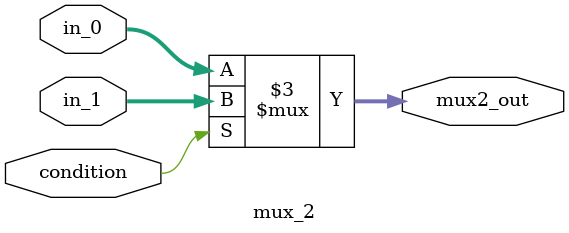
<source format=v>
`timescale 1ns/1ns

module mux_2(

	input condition,
	input [31:0] in_0,
	input [31:0] in_1,

	output reg [31:0] mux2_out
);


always @*
begin
	if (condition)

		mux2_out <= in_1;

	else

		mux2_out <= in_0;
end
endmodule

</source>
